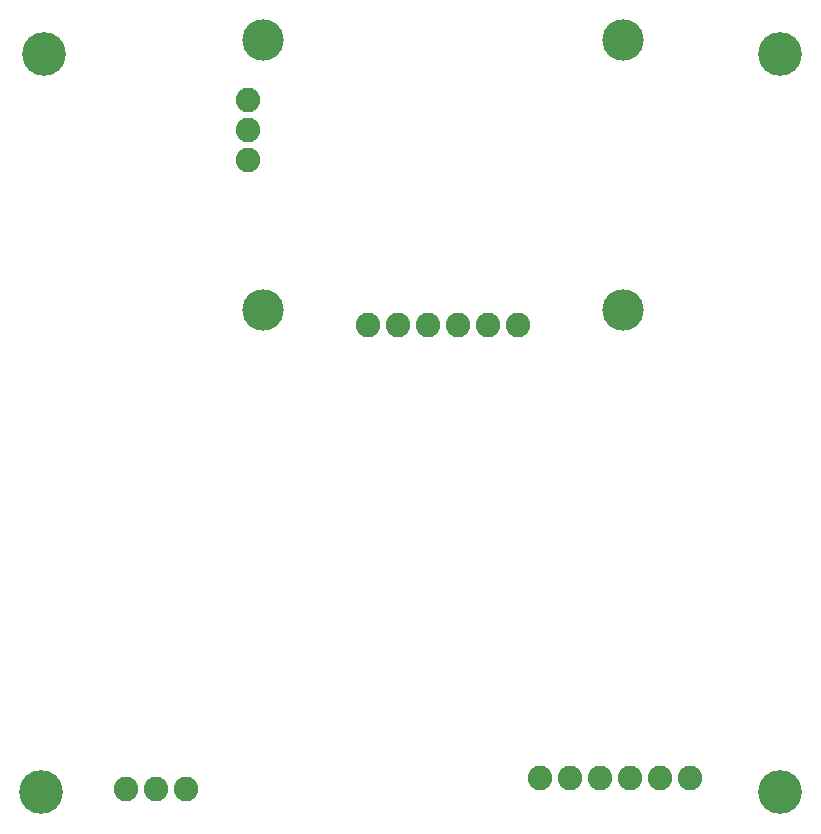
<source format=gbr>
G04 EAGLE Gerber RS-274X export*
G75*
%MOMM*%
%FSLAX34Y34*%
%LPD*%
%INSoldermask Bottom*%
%IPPOS*%
%AMOC8*
5,1,8,0,0,1.08239X$1,22.5*%
G01*
%ADD10C,3.703200*%
%ADD11C,2.082800*%
%ADD12C,3.505200*%


D10*
X40000Y662500D03*
X662500Y662500D03*
X37500Y37500D03*
X662500Y37500D03*
D11*
X460000Y50000D03*
X485400Y50000D03*
X510800Y50000D03*
X536200Y50000D03*
X561600Y50000D03*
X587000Y50000D03*
X160000Y40000D03*
X134600Y40000D03*
X109200Y40000D03*
X314300Y432700D03*
X339700Y432700D03*
X365100Y432700D03*
X390500Y432700D03*
X415900Y432700D03*
X441300Y432700D03*
X212700Y572400D03*
X212700Y597800D03*
X212700Y623200D03*
D12*
X225400Y674000D03*
X530200Y674000D03*
X530200Y445400D03*
X225400Y445400D03*
M02*

</source>
